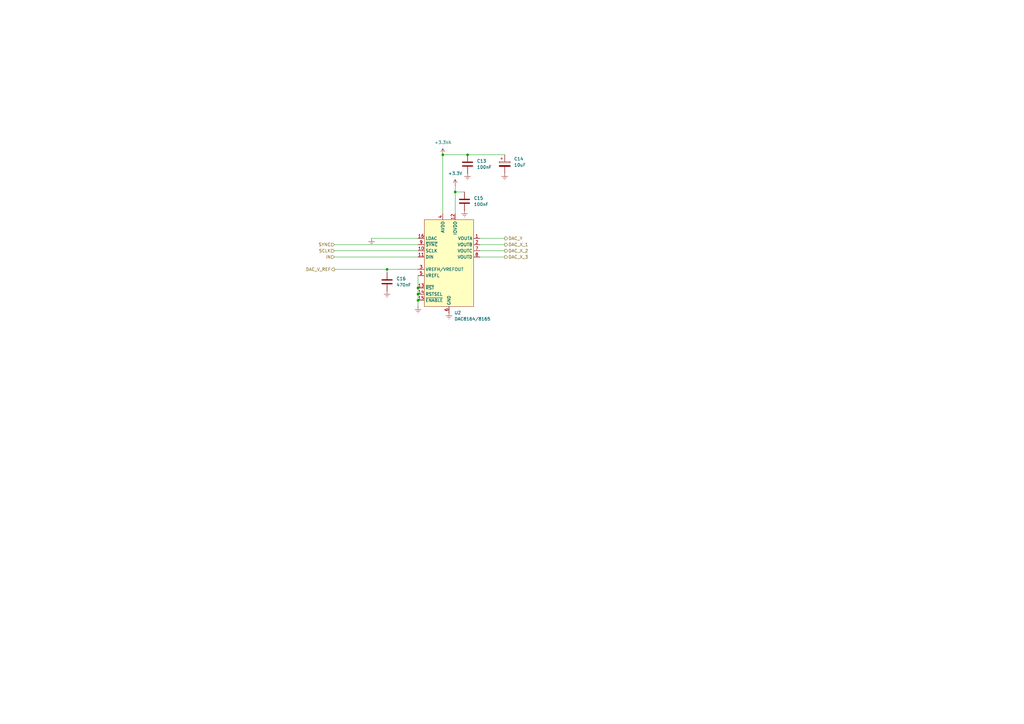
<source format=kicad_sch>
(kicad_sch (version 20250114) (generator "eeschema") (generator_version "9.0")
  (paper "A3")
  (lib_symbols
    (symbol "Analog_DAC:DAC8165"
      (property "Reference" "U" (at -8.89 21.59 0))
      (property "Value" "DAC8165" (at 10.16 21.59 0))
      (symbol "DAC8165_0_0"
        (pin input line (at -12.7 12.7 0) (length 2.54) (name "LDAC") (number "16"))
        (pin input line (at -12.7 10.16 0) (length 2.54) (name "~{SYNC}") (number "9"))
        (pin input line (at -12.7 7.62 0) (length 2.54) (name "SCLK") (number "10"))
        (pin input line (at -12.7 5.08 0) (length 2.54) (name "DIN") (number "11"))
        (pin bidirectional line (at -12.7 0 0) (length 2.54) (name "VREFH/VREFOUT") (number "3"))
        (pin input line (at -12.7 -2.54 0) (length 2.54) (name "VREFL") (number "5"))
        (pin input line (at -12.7 -7.62 0) (length 2.54) (name "~{RST}") (number "13"))
        (pin input line (at -12.7 -10.16 0) (length 2.54) (name "RSTSEL") (number "14"))
        (pin input line (at -12.7 -12.7 0) (length 2.54) (name "~{ENABLE}") (number "15"))
        (pin power_in line (at -2.54 22.86 270) (length 2.54) (name "AVDD") (number "4"))
        (pin power_in line (at 0 -17.78 90) (length 2.54) (name "GND") (number "6"))
        (pin power_in line (at 2.54 22.86 270) (length 2.54) (name "IOVDD") (number "12"))
        (pin output line (at 12.7 12.7 180) (length 2.54) (name "VOUTA") (number "1"))
        (pin output line (at 12.7 10.16 180) (length 2.54) (name "VOUTB") (number "2"))
        (pin output line (at 12.7 7.62 180) (length 2.54) (name "VOUTC") (number "7"))
        (pin output line (at 12.7 5.08 180) (length 2.54) (name "VOUTD") (number "8"))
      )
      (symbol "DAC8165_0_1"
        (rectangle (start -10.16 20.32) (end 10.16 -15.24) (stroke (width 0.1524)) (fill (type background)))
      )
    )
    (symbol "Device:C" (pin_numbers (hide yes)) (pin_names (offset 0.254))
      (property "Reference" "C" (at 0.635 2.54 0))
      (property "Value" "C" (at 0.635 -2.54 0))
      (symbol "C_0_1"
        (polyline (pts (xy -2.032 0.762) (xy 2.032 0.762)) (stroke (width 0.508)))
        (polyline (pts (xy -2.032 -0.762) (xy 2.032 -0.762)) (stroke (width 0.508)))
      )
      (symbol "C_1_1"
        (pin passive line (at 0 3.81 270) (length 2.794) (name "~") (number "1"))
        (pin passive line (at 0 -3.81 90) (length 2.794) (name "~") (number "2"))
      )
    )
    (symbol "Device:C_Polarized" (pin_numbers (hide yes)) (pin_names (offset 0.254))
      (property "Reference" "C" (at 0.635 2.54 0))
      (property "Value" "C_Polarized" (at 0.635 -2.54 0))
      (symbol "C_Polarized_0_1"
        (rectangle (start -2.286 0.508) (end 2.286 1.016))
        (polyline (pts (xy -1.778 2.286) (xy -0.762 2.286)))
        (polyline (pts (xy -1.27 2.794) (xy -1.27 1.778)))
        (rectangle (start 2.286 -0.508) (end -2.286 -1.016) (fill (type outline)))
      )
      (symbol "C_Polarized_1_1"
        (pin passive line (at 0 3.81 270) (length 2.794) (name "~") (number "1"))
        (pin passive line (at 0 -3.81 90) (length 2.794) (name "~") (number "2"))
      )
    )
    (symbol "power:+3.3V" (power) (pin_numbers (hide yes)) (pin_names (offset 0) (hide yes))
      (property "Value" "+3.3V" (at 0 3.556 0))
      (symbol "+3.3V_0_1"
        (polyline (pts (xy -0.762 1.27) (xy 0 2.54)))
        (polyline (pts (xy 0 2.54) (xy 0.762 1.27)))
        (polyline (pts (xy 0 0) (xy 0 2.54)))
      )
      (symbol "+3.3V_1_1"
        (pin power_in line (at 0 0 90) (length 0) (name "~") (number "1"))
      )
    )
    (symbol "power:GNDREF" (power) (pin_numbers (hide yes)) (pin_names (offset 0) (hide yes))
      (property "Value" "GNDREF" (at 0 -3.81 0))
      (symbol "GNDREF_0_1"
        (polyline (pts (xy -0.635 -1.905) (xy 0.635 -1.905)))
        (polyline (pts (xy -0.127 -2.54) (xy 0.127 -2.54)))
        (polyline (pts (xy 0 -1.27) (xy 0 0)))
        (polyline (pts (xy 1.27 -1.27) (xy -1.27 -1.27)))
      )
      (symbol "GNDREF_1_1"
        (pin power_in line (at 0 0 270) (length 0) (name "~") (number "1"))
      )
    )
  )
  (junction (at 191.77 63.5))
  (junction (at 186.69 78.74))
  (junction (at 171.45 118.11))
  (junction (at 158.75 110.49))
  (junction (at 171.45 123.19))
  (junction (at 181.61 63.5))
  (junction (at 171.45 120.65))
  (wire (pts (xy 171.45 113.03) (xy 171.45 118.11)))
  (wire (pts (xy 158.75 110.49) (xy 158.75 111.76)))
  (wire (pts (xy 196.85 102.87) (xy 207.01 102.87)))
  (wire (pts (xy 207.01 97.79) (xy 196.85 97.79)))
  (wire (pts (xy 196.85 100.33) (xy 207.01 100.33)))
  (wire (pts (xy 158.75 110.49) (xy 171.45 110.49)))
  (wire (pts (xy 137.16 110.49) (xy 158.75 110.49)))
  (wire (pts (xy 186.69 76.2) (xy 186.69 78.74)))
  (wire (pts (xy 171.45 125.73) (xy 171.45 123.19)))
  (wire (pts (xy 137.16 100.33) (xy 171.45 100.33)))
  (wire (pts (xy 181.61 63.5) (xy 181.61 87.63)))
  (wire (pts (xy 152.4 97.79) (xy 171.45 97.79)))
  (wire (pts (xy 171.45 120.65) (xy 171.45 123.19)))
  (wire (pts (xy 191.77 63.5) (xy 207.01 63.5)))
  (wire (pts (xy 137.16 105.41) (xy 171.45 105.41)))
  (wire (pts (xy 186.69 78.74) (xy 190.5 78.74)))
  (wire (pts (xy 186.69 78.74) (xy 186.69 87.63)))
  (wire (pts (xy 181.61 63.5) (xy 191.77 63.5)))
  (wire (pts (xy 196.85 105.41) (xy 207.01 105.41)))
  (wire (pts (xy 171.45 118.11) (xy 171.45 120.65)))
  (wire (pts (xy 137.16 102.87) (xy 171.45 102.87)))
  (hierarchical_label "SCLK" (shape input) (at 137.16 102.87 180))
  (hierarchical_label "DAC_X_3" (shape output) (at 207.01 105.41 0))
  (hierarchical_label "SYNC" (shape input) (at 137.16 100.33 180))
  (hierarchical_label "IN" (shape input) (at 137.16 105.41 180))
  (hierarchical_label "DAC_Y" (shape output) (at 207.01 97.79 0))
  (hierarchical_label "DAC_V_REF" (shape output) (at 137.16 110.49 180))
  (hierarchical_label "DAC_X_1" (shape output) (at 207.01 100.33 0))
  (hierarchical_label "DAC_X_2" (shape output) (at 207.01 102.87 0))
  (symbol (lib_id "power:+3.3V") (at 186.69 76.2 0) (unit 1)
    (property "Reference" "#PWR042" (effects (hide yes)))
    (property "Value" "+3.3V" (at 186.69 71.12 0))
    (property "Description" "Power symbol creates a global label with name \"+3.3V\"" (effects (hide yes)))
  )
  (symbol (lib_id "Device:C_Polarized") (at 207.01 67.31 0) (unit 1)
    (property "Reference" "C14" (at 210.82 65.1509 0) (effects (justify left)))
    (property "Value" "10uF" (at 210.82 67.6909 0) (effects (justify left)))
    (property "Footprint" "Capacitor_THT:CP_Radial_D4.0mm_P2.00mm" (effects (hide yes)))
    (property "Description" "Polarized capacitor" (effects (hide yes)))
  )
  (symbol (lib_id "Device:C") (at 190.5 82.55 180) (unit 1)
    (property "Reference" "C15" (at 194.31 81.2799 0) (effects (justify right)))
    (property "Value" "100nF" (at 194.31 83.8199 0) (effects (justify right)))
    (property "Footprint" "Capacitor_SMD:C_0805_2012Metric_Pad1.18x1.45mm_HandSolder" (effects (hide yes)))
    (property "Description" "Unpolarized capacitor" (effects (hide yes)))
  )
  (symbol (lib_id "Device:C") (at 191.77 67.31 180) (unit 1)
    (property "Reference" "C13" (at 195.58 66.0399 0) (effects (justify right)))
    (property "Value" "100nF" (at 195.58 68.5799 0) (effects (justify right)))
    (property "Footprint" "Capacitor_SMD:C_0805_2012Metric_Pad1.18x1.45mm_HandSolder" (effects (hide yes)))
    (property "Description" "Unpolarized capacitor" (effects (hide yes)))
  )
  (symbol (lib_id "power:GNDREF") (at 152.4 97.79 0) (unit 1)
    (property "Reference" "#PWR044" (effects (hide yes)))
    (property "Value" "GNDREF" (effects (hide yes)))
    (property "Description" "Power symbol creates a global label with name \"GNDREF\" , reference supply ground" (effects (hide yes)))
  )
  (symbol (lib_id "power:GNDREF") (at 171.45 125.73 0) (unit 1)
    (property "Reference" "#PWR046" (effects (hide yes)))
    (property "Value" "GNDREF" (effects (hide yes)))
    (property "Description" "Power symbol creates a global label with name \"GNDREF\" , reference supply ground" (effects (hide yes)))
  )
  (symbol (lib_id "Device:C") (at 158.75 115.57 180) (unit 1)
    (property "Reference" "C16" (at 162.56 114.2999 0) (effects (justify right)))
    (property "Value" "470nF" (at 162.56 116.8399 0) (effects (justify right)))
    (property "Footprint" "Capacitor_SMD:C_0805_2012Metric_Pad1.18x1.45mm_HandSolder" (effects (hide yes)))
    (property "Description" "Unpolarized capacitor" (effects (hide yes)))
  )
  (symbol (lib_id "power:GNDREF") (at 207.01 71.12 0) (unit 1)
    (property "Reference" "#PWR041" (effects (hide yes)))
    (property "Value" "GNDREF" (effects (hide yes)))
    (property "Description" "Power symbol creates a global label with name \"GNDREF\" , reference supply ground" (effects (hide yes)))
  )
  (symbol (lib_id "power:GNDREF") (at 184.15 128.27 0) (unit 1)
    (property "Reference" "#PWR047" (effects (hide yes)))
    (property "Value" "GNDREF" (effects (hide yes)))
    (property "Description" "Power symbol creates a global label with name \"GNDREF\" , reference supply ground" (effects (hide yes)))
  )
  (symbol (lib_id "power:GNDREF") (at 191.77 71.12 0) (unit 1)
    (property "Reference" "#PWR040" (effects (hide yes)))
    (property "Value" "GNDREF" (effects (hide yes)))
    (property "Description" "Power symbol creates a global label with name \"GNDREF\" , reference supply ground" (effects (hide yes)))
  )
  (symbol (lib_id "power:GNDREF") (at 158.75 119.38 0) (unit 1)
    (property "Reference" "#PWR045" (effects (hide yes)))
    (property "Value" "GNDREF" (effects (hide yes)))
    (property "Description" "Power symbol creates a global label with name \"GNDREF\" , reference supply ground" (effects (hide yes)))
  )
  (symbol (lib_id "Analog_DAC:DAC8165") (at 184.15 110.49 0) (unit 1)
    (property "Reference" "U2" (at 186.3441 128.27 0) (effects (justify left)))
    (property "Value" "DAC8164/8165" (at 186.3441 130.81 0) (effects (justify left)))
    (property "Footprint" "Package_SO:TSSOP-16_4.4x5mm_P0.65mm" (effects (hide yes)))
    (property "Datasheet" "https://www.ti.com/lit/ds/symlink/dac8165.pdf" (effects (hide yes)))
    (property "Description" "14-bit quad-channel voltage output DAC with 2.5V internal reference" (effects (hide yes)))
  )
  (symbol (lib_id "power:GNDREF") (at 190.5 86.36 0) (unit 1)
    (property "Reference" "#PWR043" (effects (hide yes)))
    (property "Value" "GNDREF" (effects (hide yes)))
    (property "Description" "Power symbol creates a global label with name \"GNDREF\" , reference supply ground" (effects (hide yes)))
  )
  (symbol (lib_id "power:+3.3V") (at 181.61 63.5 0) (unit 1)
    (property "Reference" "#PWR039" (effects (hide yes)))
    (property "Value" "+3.3VA" (at 181.61 58.42 0))
    (property "Description" "Power symbol creates a global label with name \"+3.3V\"" (effects (hide yes)))
  )
)
</source>
